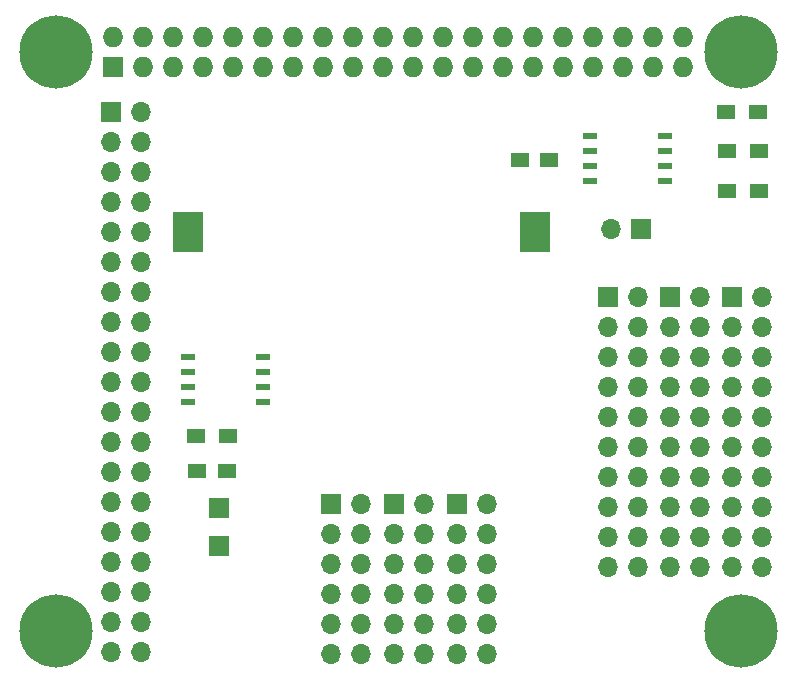
<source format=gbs>
G04 #@! TF.FileFunction,Soldermask,Bot*
%FSLAX46Y46*%
G04 Gerber Fmt 4.6, Leading zero omitted, Abs format (unit mm)*
G04 Created by KiCad (PCBNEW 4.0.6) date Friday, 11 August 2017 'AMt' 02:59:44*
%MOMM*%
%LPD*%
G01*
G04 APERTURE LIST*
%ADD10C,0.100000*%
%ADD11R,1.727200X1.727200*%
%ADD12O,1.727200X1.727200*%
%ADD13C,6.200000*%
%ADD14R,1.700000X1.700000*%
%ADD15O,1.700000X1.700000*%
%ADD16R,2.540000X3.510000*%
%ADD17R,1.143000X0.508000*%
%ADD18R,1.800000X1.750000*%
%ADD19R,1.500000X1.250000*%
%ADD20R,1.500000X1.300000*%
G04 APERTURE END LIST*
D10*
D11*
X8370000Y-5270000D03*
D12*
X8370000Y-2730000D03*
X10910000Y-5270000D03*
X10910000Y-2730000D03*
X13450000Y-5270000D03*
X13450000Y-2730000D03*
X15990000Y-5270000D03*
X15990000Y-2730000D03*
X18530000Y-5270000D03*
X18530000Y-2730000D03*
X21070000Y-5270000D03*
X21070000Y-2730000D03*
X23610000Y-5270000D03*
X23610000Y-2730000D03*
X26150000Y-5270000D03*
X26150000Y-2730000D03*
X28690000Y-5270000D03*
X28690000Y-2730000D03*
X31230000Y-5270000D03*
X31230000Y-2730000D03*
X33770000Y-5270000D03*
X33770000Y-2730000D03*
X36310000Y-5270000D03*
X36310000Y-2730000D03*
X38850000Y-5270000D03*
X38850000Y-2730000D03*
X41390000Y-5270000D03*
X41390000Y-2730000D03*
X43930000Y-5270000D03*
X43930000Y-2730000D03*
X46470000Y-5270000D03*
X46470000Y-2730000D03*
X49010000Y-5270000D03*
X49010000Y-2730000D03*
X51550000Y-5270000D03*
X51550000Y-2730000D03*
X54090000Y-5270000D03*
X54090000Y-2730000D03*
X56630000Y-5270000D03*
X56630000Y-2730000D03*
D13*
X61500000Y-4000000D03*
X61500000Y-53000000D03*
X3500000Y-53000000D03*
X3500000Y-4000000D03*
D14*
X8204200Y-9017000D03*
D15*
X10744200Y-9017000D03*
X8204200Y-11557000D03*
X10744200Y-11557000D03*
X8204200Y-14097000D03*
X10744200Y-14097000D03*
X8204200Y-16637000D03*
X10744200Y-16637000D03*
X8204200Y-19177000D03*
X10744200Y-19177000D03*
X8204200Y-21717000D03*
X10744200Y-21717000D03*
X8204200Y-24257000D03*
X10744200Y-24257000D03*
X8204200Y-26797000D03*
X10744200Y-26797000D03*
X8204200Y-29337000D03*
X10744200Y-29337000D03*
X8204200Y-31877000D03*
X10744200Y-31877000D03*
X8204200Y-34417000D03*
X10744200Y-34417000D03*
X8204200Y-36957000D03*
X10744200Y-36957000D03*
X8204200Y-39497000D03*
X10744200Y-39497000D03*
X8204200Y-42037000D03*
X10744200Y-42037000D03*
X8204200Y-44577000D03*
X10744200Y-44577000D03*
X8204200Y-47117000D03*
X10744200Y-47117000D03*
X8204200Y-49657000D03*
X10744200Y-49657000D03*
X8204200Y-52197000D03*
X10744200Y-52197000D03*
X8204200Y-54737000D03*
X10744200Y-54737000D03*
D16*
X14709000Y-19227800D03*
X44069000Y-19227800D03*
D17*
X14732000Y-29768800D03*
X14732000Y-31038800D03*
X14732000Y-32308800D03*
X14732000Y-33578800D03*
X21082000Y-33578800D03*
X21082000Y-32308800D03*
X21082000Y-31038800D03*
X21082000Y-29768800D03*
D18*
X17297400Y-42545600D03*
X17297400Y-45795600D03*
D19*
X15488600Y-39446200D03*
X17988600Y-39446200D03*
D20*
X15359400Y-36499800D03*
X18059400Y-36499800D03*
D19*
X45288200Y-13081000D03*
X42788200Y-13081000D03*
D20*
X63017400Y-15722600D03*
X60317400Y-15722600D03*
X63017400Y-12319000D03*
X60317400Y-12319000D03*
X62945000Y-9067800D03*
X60245000Y-9067800D03*
D17*
X55118000Y-14884400D03*
X55118000Y-13614400D03*
X55118000Y-12344400D03*
X55118000Y-11074400D03*
X48768000Y-11074400D03*
X48768000Y-12344400D03*
X48768000Y-13614400D03*
X48768000Y-14884400D03*
D14*
X53060600Y-18973800D03*
D15*
X50520600Y-18973800D03*
D14*
X26847800Y-42240200D03*
D15*
X29387800Y-42240200D03*
X26847800Y-44780200D03*
X29387800Y-44780200D03*
X26847800Y-47320200D03*
X29387800Y-47320200D03*
X26847800Y-49860200D03*
X29387800Y-49860200D03*
X26847800Y-52400200D03*
X29387800Y-52400200D03*
X26847800Y-54940200D03*
X29387800Y-54940200D03*
D14*
X32131000Y-42240200D03*
D15*
X34671000Y-42240200D03*
X32131000Y-44780200D03*
X34671000Y-44780200D03*
X32131000Y-47320200D03*
X34671000Y-47320200D03*
X32131000Y-49860200D03*
X34671000Y-49860200D03*
X32131000Y-52400200D03*
X34671000Y-52400200D03*
X32131000Y-54940200D03*
X34671000Y-54940200D03*
D14*
X37515800Y-42240200D03*
D15*
X40055800Y-42240200D03*
X37515800Y-44780200D03*
X40055800Y-44780200D03*
X37515800Y-47320200D03*
X40055800Y-47320200D03*
X37515800Y-49860200D03*
X40055800Y-49860200D03*
X37515800Y-52400200D03*
X40055800Y-52400200D03*
X37515800Y-54940200D03*
X40055800Y-54940200D03*
D14*
X60731400Y-24714200D03*
D15*
X63271400Y-24714200D03*
X60731400Y-27254200D03*
X63271400Y-27254200D03*
X60731400Y-29794200D03*
X63271400Y-29794200D03*
X60731400Y-32334200D03*
X63271400Y-32334200D03*
X60731400Y-34874200D03*
X63271400Y-34874200D03*
X60731400Y-37414200D03*
X63271400Y-37414200D03*
X60731400Y-39954200D03*
X63271400Y-39954200D03*
X60731400Y-42494200D03*
X63271400Y-42494200D03*
X60731400Y-45034200D03*
X63271400Y-45034200D03*
X60731400Y-47574200D03*
X63271400Y-47574200D03*
D14*
X55499000Y-24714200D03*
D15*
X58039000Y-24714200D03*
X55499000Y-27254200D03*
X58039000Y-27254200D03*
X55499000Y-29794200D03*
X58039000Y-29794200D03*
X55499000Y-32334200D03*
X58039000Y-32334200D03*
X55499000Y-34874200D03*
X58039000Y-34874200D03*
X55499000Y-37414200D03*
X58039000Y-37414200D03*
X55499000Y-39954200D03*
X58039000Y-39954200D03*
X55499000Y-42494200D03*
X58039000Y-42494200D03*
X55499000Y-45034200D03*
X58039000Y-45034200D03*
X55499000Y-47574200D03*
X58039000Y-47574200D03*
D14*
X50266600Y-24714200D03*
D15*
X52806600Y-24714200D03*
X50266600Y-27254200D03*
X52806600Y-27254200D03*
X50266600Y-29794200D03*
X52806600Y-29794200D03*
X50266600Y-32334200D03*
X52806600Y-32334200D03*
X50266600Y-34874200D03*
X52806600Y-34874200D03*
X50266600Y-37414200D03*
X52806600Y-37414200D03*
X50266600Y-39954200D03*
X52806600Y-39954200D03*
X50266600Y-42494200D03*
X52806600Y-42494200D03*
X50266600Y-45034200D03*
X52806600Y-45034200D03*
X50266600Y-47574200D03*
X52806600Y-47574200D03*
M02*

</source>
